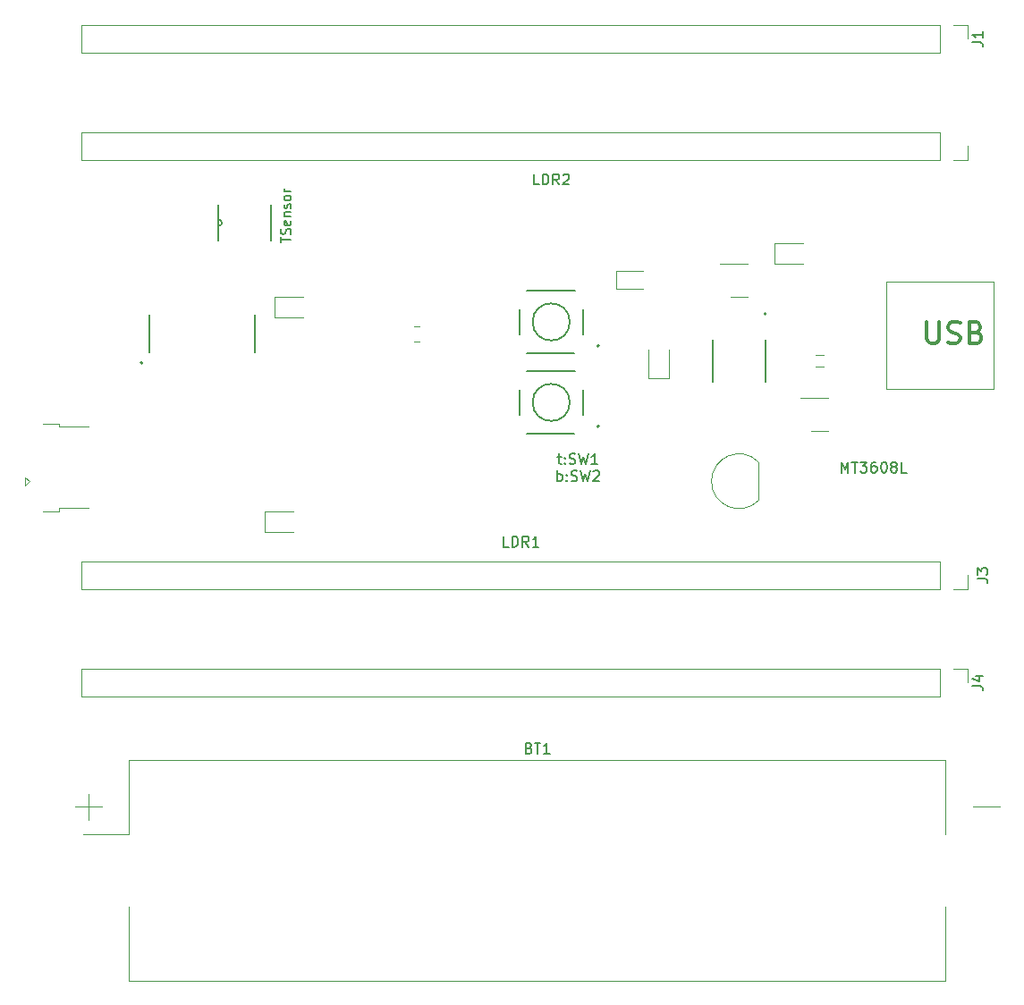
<source format=gbr>
%TF.GenerationSoftware,KiCad,Pcbnew,(6.0.2)*%
%TF.CreationDate,2022-04-12T21:34:14+02:00*%
%TF.ProjectId,main,6d61696e-2e6b-4696-9361-645f70636258,rev?*%
%TF.SameCoordinates,Original*%
%TF.FileFunction,Legend,Top*%
%TF.FilePolarity,Positive*%
%FSLAX46Y46*%
G04 Gerber Fmt 4.6, Leading zero omitted, Abs format (unit mm)*
G04 Created by KiCad (PCBNEW (6.0.2)) date 2022-04-12 21:34:14*
%MOMM*%
%LPD*%
G01*
G04 APERTURE LIST*
%ADD10C,0.100000*%
%ADD11C,0.300000*%
%ADD12C,0.150000*%
%ADD13C,0.120000*%
%ADD14C,0.152400*%
%ADD15C,0.127000*%
%ADD16C,0.200000*%
G04 APERTURE END LIST*
D10*
X194310000Y-73780000D02*
X204470000Y-73780000D01*
X204470000Y-73780000D02*
X204470000Y-83940000D01*
X204470000Y-83940000D02*
X194310000Y-83940000D01*
X194310000Y-83940000D02*
X194310000Y-73780000D01*
D11*
X198136190Y-77644761D02*
X198136190Y-79263809D01*
X198231428Y-79454285D01*
X198326666Y-79549523D01*
X198517142Y-79644761D01*
X198898095Y-79644761D01*
X199088571Y-79549523D01*
X199183809Y-79454285D01*
X199279047Y-79263809D01*
X199279047Y-77644761D01*
X200136190Y-79549523D02*
X200421904Y-79644761D01*
X200898095Y-79644761D01*
X201088571Y-79549523D01*
X201183809Y-79454285D01*
X201279047Y-79263809D01*
X201279047Y-79073333D01*
X201183809Y-78882857D01*
X201088571Y-78787619D01*
X200898095Y-78692380D01*
X200517142Y-78597142D01*
X200326666Y-78501904D01*
X200231428Y-78406666D01*
X200136190Y-78216190D01*
X200136190Y-78025714D01*
X200231428Y-77835238D01*
X200326666Y-77740000D01*
X200517142Y-77644761D01*
X200993333Y-77644761D01*
X201279047Y-77740000D01*
X202802857Y-78597142D02*
X203088571Y-78692380D01*
X203183809Y-78787619D01*
X203279047Y-78978095D01*
X203279047Y-79263809D01*
X203183809Y-79454285D01*
X203088571Y-79549523D01*
X202898095Y-79644761D01*
X202136190Y-79644761D01*
X202136190Y-77644761D01*
X202802857Y-77644761D01*
X202993333Y-77740000D01*
X203088571Y-77835238D01*
X203183809Y-78025714D01*
X203183809Y-78216190D01*
X203088571Y-78406666D01*
X202993333Y-78501904D01*
X202802857Y-78597142D01*
X202136190Y-78597142D01*
D12*
X190016190Y-91892380D02*
X190016190Y-90892380D01*
X190349523Y-91606666D01*
X190682857Y-90892380D01*
X190682857Y-91892380D01*
X191016190Y-90892380D02*
X191587619Y-90892380D01*
X191301904Y-91892380D02*
X191301904Y-90892380D01*
X191825714Y-90892380D02*
X192444761Y-90892380D01*
X192111428Y-91273333D01*
X192254285Y-91273333D01*
X192349523Y-91320952D01*
X192397142Y-91368571D01*
X192444761Y-91463809D01*
X192444761Y-91701904D01*
X192397142Y-91797142D01*
X192349523Y-91844761D01*
X192254285Y-91892380D01*
X191968571Y-91892380D01*
X191873333Y-91844761D01*
X191825714Y-91797142D01*
X193301904Y-90892380D02*
X193111428Y-90892380D01*
X193016190Y-90940000D01*
X192968571Y-90987619D01*
X192873333Y-91130476D01*
X192825714Y-91320952D01*
X192825714Y-91701904D01*
X192873333Y-91797142D01*
X192920952Y-91844761D01*
X193016190Y-91892380D01*
X193206666Y-91892380D01*
X193301904Y-91844761D01*
X193349523Y-91797142D01*
X193397142Y-91701904D01*
X193397142Y-91463809D01*
X193349523Y-91368571D01*
X193301904Y-91320952D01*
X193206666Y-91273333D01*
X193016190Y-91273333D01*
X192920952Y-91320952D01*
X192873333Y-91368571D01*
X192825714Y-91463809D01*
X194016190Y-90892380D02*
X194111428Y-90892380D01*
X194206666Y-90940000D01*
X194254285Y-90987619D01*
X194301904Y-91082857D01*
X194349523Y-91273333D01*
X194349523Y-91511428D01*
X194301904Y-91701904D01*
X194254285Y-91797142D01*
X194206666Y-91844761D01*
X194111428Y-91892380D01*
X194016190Y-91892380D01*
X193920952Y-91844761D01*
X193873333Y-91797142D01*
X193825714Y-91701904D01*
X193778095Y-91511428D01*
X193778095Y-91273333D01*
X193825714Y-91082857D01*
X193873333Y-90987619D01*
X193920952Y-90940000D01*
X194016190Y-90892380D01*
X194920952Y-91320952D02*
X194825714Y-91273333D01*
X194778095Y-91225714D01*
X194730476Y-91130476D01*
X194730476Y-91082857D01*
X194778095Y-90987619D01*
X194825714Y-90940000D01*
X194920952Y-90892380D01*
X195111428Y-90892380D01*
X195206666Y-90940000D01*
X195254285Y-90987619D01*
X195301904Y-91082857D01*
X195301904Y-91130476D01*
X195254285Y-91225714D01*
X195206666Y-91273333D01*
X195111428Y-91320952D01*
X194920952Y-91320952D01*
X194825714Y-91368571D01*
X194778095Y-91416190D01*
X194730476Y-91511428D01*
X194730476Y-91701904D01*
X194778095Y-91797142D01*
X194825714Y-91844761D01*
X194920952Y-91892380D01*
X195111428Y-91892380D01*
X195206666Y-91844761D01*
X195254285Y-91797142D01*
X195301904Y-91701904D01*
X195301904Y-91511428D01*
X195254285Y-91416190D01*
X195206666Y-91368571D01*
X195111428Y-91320952D01*
X196206666Y-91892380D02*
X195730476Y-91892380D01*
X195730476Y-90892380D01*
X163147619Y-90420714D02*
X163528571Y-90420714D01*
X163290476Y-90087380D02*
X163290476Y-90944523D01*
X163338095Y-91039761D01*
X163433333Y-91087380D01*
X163528571Y-91087380D01*
X163861904Y-90992142D02*
X163909523Y-91039761D01*
X163861904Y-91087380D01*
X163814285Y-91039761D01*
X163861904Y-90992142D01*
X163861904Y-91087380D01*
X163861904Y-90468333D02*
X163909523Y-90515952D01*
X163861904Y-90563571D01*
X163814285Y-90515952D01*
X163861904Y-90468333D01*
X163861904Y-90563571D01*
X164290476Y-91039761D02*
X164433333Y-91087380D01*
X164671428Y-91087380D01*
X164766666Y-91039761D01*
X164814285Y-90992142D01*
X164861904Y-90896904D01*
X164861904Y-90801666D01*
X164814285Y-90706428D01*
X164766666Y-90658809D01*
X164671428Y-90611190D01*
X164480952Y-90563571D01*
X164385714Y-90515952D01*
X164338095Y-90468333D01*
X164290476Y-90373095D01*
X164290476Y-90277857D01*
X164338095Y-90182619D01*
X164385714Y-90135000D01*
X164480952Y-90087380D01*
X164719047Y-90087380D01*
X164861904Y-90135000D01*
X165195238Y-90087380D02*
X165433333Y-91087380D01*
X165623809Y-90373095D01*
X165814285Y-91087380D01*
X166052380Y-90087380D01*
X166957142Y-91087380D02*
X166385714Y-91087380D01*
X166671428Y-91087380D02*
X166671428Y-90087380D01*
X166576190Y-90230238D01*
X166480952Y-90325476D01*
X166385714Y-90373095D01*
X163123809Y-92697380D02*
X163123809Y-91697380D01*
X163123809Y-92078333D02*
X163219047Y-92030714D01*
X163409523Y-92030714D01*
X163504761Y-92078333D01*
X163552380Y-92125952D01*
X163600000Y-92221190D01*
X163600000Y-92506904D01*
X163552380Y-92602142D01*
X163504761Y-92649761D01*
X163409523Y-92697380D01*
X163219047Y-92697380D01*
X163123809Y-92649761D01*
X164028571Y-92602142D02*
X164076190Y-92649761D01*
X164028571Y-92697380D01*
X163980952Y-92649761D01*
X164028571Y-92602142D01*
X164028571Y-92697380D01*
X164028571Y-92078333D02*
X164076190Y-92125952D01*
X164028571Y-92173571D01*
X163980952Y-92125952D01*
X164028571Y-92078333D01*
X164028571Y-92173571D01*
X164457142Y-92649761D02*
X164600000Y-92697380D01*
X164838095Y-92697380D01*
X164933333Y-92649761D01*
X164980952Y-92602142D01*
X165028571Y-92506904D01*
X165028571Y-92411666D01*
X164980952Y-92316428D01*
X164933333Y-92268809D01*
X164838095Y-92221190D01*
X164647619Y-92173571D01*
X164552380Y-92125952D01*
X164504761Y-92078333D01*
X164457142Y-91983095D01*
X164457142Y-91887857D01*
X164504761Y-91792619D01*
X164552380Y-91745000D01*
X164647619Y-91697380D01*
X164885714Y-91697380D01*
X165028571Y-91745000D01*
X165361904Y-91697380D02*
X165600000Y-92697380D01*
X165790476Y-91983095D01*
X165980952Y-92697380D01*
X166219047Y-91697380D01*
X166552380Y-91792619D02*
X166600000Y-91745000D01*
X166695238Y-91697380D01*
X166933333Y-91697380D01*
X167028571Y-91745000D01*
X167076190Y-91792619D01*
X167123809Y-91887857D01*
X167123809Y-91983095D01*
X167076190Y-92125952D01*
X166504761Y-92697380D01*
X167123809Y-92697380D01*
%TO.C,LDR1*%
X158523333Y-98922380D02*
X158047142Y-98922380D01*
X158047142Y-97922380D01*
X158856666Y-98922380D02*
X158856666Y-97922380D01*
X159094761Y-97922380D01*
X159237619Y-97970000D01*
X159332857Y-98065238D01*
X159380476Y-98160476D01*
X159428095Y-98350952D01*
X159428095Y-98493809D01*
X159380476Y-98684285D01*
X159332857Y-98779523D01*
X159237619Y-98874761D01*
X159094761Y-98922380D01*
X158856666Y-98922380D01*
X160428095Y-98922380D02*
X160094761Y-98446190D01*
X159856666Y-98922380D02*
X159856666Y-97922380D01*
X160237619Y-97922380D01*
X160332857Y-97970000D01*
X160380476Y-98017619D01*
X160428095Y-98112857D01*
X160428095Y-98255714D01*
X160380476Y-98350952D01*
X160332857Y-98398571D01*
X160237619Y-98446190D01*
X159856666Y-98446190D01*
X161380476Y-98922380D02*
X160809047Y-98922380D01*
X161094761Y-98922380D02*
X161094761Y-97922380D01*
X160999523Y-98065238D01*
X160904285Y-98160476D01*
X160809047Y-98208095D01*
%TO.C,BT1*%
X160464285Y-117968571D02*
X160607142Y-118016190D01*
X160654761Y-118063809D01*
X160702380Y-118159047D01*
X160702380Y-118301904D01*
X160654761Y-118397142D01*
X160607142Y-118444761D01*
X160511904Y-118492380D01*
X160130952Y-118492380D01*
X160130952Y-117492380D01*
X160464285Y-117492380D01*
X160559523Y-117540000D01*
X160607142Y-117587619D01*
X160654761Y-117682857D01*
X160654761Y-117778095D01*
X160607142Y-117873333D01*
X160559523Y-117920952D01*
X160464285Y-117968571D01*
X160130952Y-117968571D01*
X160988095Y-117492380D02*
X161559523Y-117492380D01*
X161273809Y-118492380D02*
X161273809Y-117492380D01*
X162416666Y-118492380D02*
X161845238Y-118492380D01*
X162130952Y-118492380D02*
X162130952Y-117492380D01*
X162035714Y-117635238D01*
X161940476Y-117730476D01*
X161845238Y-117778095D01*
%TO.C,TSensor*%
X136932380Y-70068571D02*
X136932380Y-69554285D01*
X137932380Y-69811428D02*
X136932380Y-69811428D01*
X137884761Y-69297142D02*
X137932380Y-69168571D01*
X137932380Y-68954285D01*
X137884761Y-68868571D01*
X137837142Y-68825714D01*
X137741904Y-68782857D01*
X137646666Y-68782857D01*
X137551428Y-68825714D01*
X137503809Y-68868571D01*
X137456190Y-68954285D01*
X137408571Y-69125714D01*
X137360952Y-69211428D01*
X137313333Y-69254285D01*
X137218095Y-69297142D01*
X137122857Y-69297142D01*
X137027619Y-69254285D01*
X136980000Y-69211428D01*
X136932380Y-69125714D01*
X136932380Y-68911428D01*
X136980000Y-68782857D01*
X137884761Y-68054285D02*
X137932380Y-68140000D01*
X137932380Y-68311428D01*
X137884761Y-68397142D01*
X137789523Y-68440000D01*
X137408571Y-68440000D01*
X137313333Y-68397142D01*
X137265714Y-68311428D01*
X137265714Y-68140000D01*
X137313333Y-68054285D01*
X137408571Y-68011428D01*
X137503809Y-68011428D01*
X137599047Y-68440000D01*
X137265714Y-67625714D02*
X137932380Y-67625714D01*
X137360952Y-67625714D02*
X137313333Y-67582857D01*
X137265714Y-67497142D01*
X137265714Y-67368571D01*
X137313333Y-67282857D01*
X137408571Y-67240000D01*
X137932380Y-67240000D01*
X137884761Y-66854285D02*
X137932380Y-66768571D01*
X137932380Y-66597142D01*
X137884761Y-66511428D01*
X137789523Y-66468571D01*
X137741904Y-66468571D01*
X137646666Y-66511428D01*
X137599047Y-66597142D01*
X137599047Y-66725714D01*
X137551428Y-66811428D01*
X137456190Y-66854285D01*
X137408571Y-66854285D01*
X137313333Y-66811428D01*
X137265714Y-66725714D01*
X137265714Y-66597142D01*
X137313333Y-66511428D01*
X137932380Y-65954285D02*
X137884761Y-66040000D01*
X137837142Y-66082857D01*
X137741904Y-66125714D01*
X137456190Y-66125714D01*
X137360952Y-66082857D01*
X137313333Y-66040000D01*
X137265714Y-65954285D01*
X137265714Y-65825714D01*
X137313333Y-65740000D01*
X137360952Y-65697142D01*
X137456190Y-65654285D01*
X137741904Y-65654285D01*
X137837142Y-65697142D01*
X137884761Y-65740000D01*
X137932380Y-65825714D01*
X137932380Y-65954285D01*
X137932380Y-65268571D02*
X137265714Y-65268571D01*
X137456190Y-65268571D02*
X137360952Y-65225714D01*
X137313333Y-65182857D01*
X137265714Y-65097142D01*
X137265714Y-65011428D01*
%TO.C,J1*%
X202442380Y-51133333D02*
X203156666Y-51133333D01*
X203299523Y-51180952D01*
X203394761Y-51276190D01*
X203442380Y-51419047D01*
X203442380Y-51514285D01*
X203442380Y-50133333D02*
X203442380Y-50704761D01*
X203442380Y-50419047D02*
X202442380Y-50419047D01*
X202585238Y-50514285D01*
X202680476Y-50609523D01*
X202728095Y-50704761D01*
%TO.C,LDR2*%
X161403333Y-64612380D02*
X160927142Y-64612380D01*
X160927142Y-63612380D01*
X161736666Y-64612380D02*
X161736666Y-63612380D01*
X161974761Y-63612380D01*
X162117619Y-63660000D01*
X162212857Y-63755238D01*
X162260476Y-63850476D01*
X162308095Y-64040952D01*
X162308095Y-64183809D01*
X162260476Y-64374285D01*
X162212857Y-64469523D01*
X162117619Y-64564761D01*
X161974761Y-64612380D01*
X161736666Y-64612380D01*
X163308095Y-64612380D02*
X162974761Y-64136190D01*
X162736666Y-64612380D02*
X162736666Y-63612380D01*
X163117619Y-63612380D01*
X163212857Y-63660000D01*
X163260476Y-63707619D01*
X163308095Y-63802857D01*
X163308095Y-63945714D01*
X163260476Y-64040952D01*
X163212857Y-64088571D01*
X163117619Y-64136190D01*
X162736666Y-64136190D01*
X163689047Y-63707619D02*
X163736666Y-63660000D01*
X163831904Y-63612380D01*
X164070000Y-63612380D01*
X164165238Y-63660000D01*
X164212857Y-63707619D01*
X164260476Y-63802857D01*
X164260476Y-63898095D01*
X164212857Y-64040952D01*
X163641428Y-64612380D01*
X164260476Y-64612380D01*
%TO.C,J4*%
X202442380Y-112093333D02*
X203156666Y-112093333D01*
X203299523Y-112140952D01*
X203394761Y-112236190D01*
X203442380Y-112379047D01*
X203442380Y-112474285D01*
X202775714Y-111188571D02*
X203442380Y-111188571D01*
X202394761Y-111426666D02*
X203109047Y-111664761D01*
X203109047Y-111045714D01*
%TO.C,J3*%
X202882380Y-101933333D02*
X203596666Y-101933333D01*
X203739523Y-101980952D01*
X203834761Y-102076190D01*
X203882380Y-102219047D01*
X203882380Y-102314285D01*
X202882380Y-101552380D02*
X202882380Y-100933333D01*
X203263333Y-101266666D01*
X203263333Y-101123809D01*
X203310952Y-101028571D01*
X203358571Y-100980952D01*
X203453809Y-100933333D01*
X203691904Y-100933333D01*
X203787142Y-100980952D01*
X203834761Y-101028571D01*
X203882380Y-101123809D01*
X203882380Y-101409523D01*
X203834761Y-101504761D01*
X203787142Y-101552380D01*
D13*
%TO.C,BT1*%
X205000000Y-123540000D02*
X202500000Y-123540000D01*
X199890000Y-126100000D02*
X199890000Y-119120000D01*
X122610000Y-139980000D02*
X122610000Y-132980000D01*
X117500000Y-123540000D02*
X120000000Y-123540000D01*
X122610000Y-126100000D02*
X118250000Y-126100000D01*
X118750000Y-124790000D02*
X118750000Y-122290000D01*
X122610000Y-119100000D02*
X122610000Y-126100000D01*
X199890000Y-119100000D02*
X122610000Y-119100000D01*
X199890000Y-139980000D02*
X122610000Y-139980000D01*
X199890000Y-132980000D02*
X199890000Y-139980000D01*
D14*
%TO.C,TSensor*%
X131080800Y-66558600D02*
X131080800Y-67930200D01*
X131080800Y-67930200D02*
X131080800Y-68539800D01*
X136059200Y-69911400D02*
X136059200Y-66558600D01*
X131080800Y-68539800D02*
X131080800Y-69911400D01*
X131080800Y-68539800D02*
G75*
G03*
X131080800Y-67930200I0J304800D01*
G01*
D13*
%TO.C,D1*%
X171760000Y-80280000D02*
X171760000Y-82965000D01*
X173680000Y-82965000D02*
X173680000Y-80280000D01*
X171760000Y-82965000D02*
X173680000Y-82965000D01*
%TO.C,J2*%
X201990000Y-62290000D02*
X200660000Y-62290000D01*
X199390000Y-59630000D02*
X118050000Y-59630000D01*
X199390000Y-59630000D02*
X199390000Y-62290000D01*
X118050000Y-59630000D02*
X118050000Y-62290000D01*
X201990000Y-60960000D02*
X201990000Y-62290000D01*
X199390000Y-62290000D02*
X118050000Y-62290000D01*
%TO.C,D4*%
X135475000Y-97480000D02*
X138160000Y-97480000D01*
X135475000Y-95560000D02*
X135475000Y-97480000D01*
X138160000Y-95560000D02*
X135475000Y-95560000D01*
D15*
%TO.C,EEPROM1*%
X182850000Y-79280000D02*
X182850000Y-83280000D01*
X177830000Y-79280000D02*
X177830000Y-83280000D01*
D16*
X182915000Y-76835000D02*
G75*
G03*
X182915000Y-76835000I-100000J0D01*
G01*
D15*
%TO.C,SW2*%
X159560000Y-86395000D02*
X159560000Y-84095000D01*
X164760000Y-88240000D02*
X160260000Y-88240000D01*
X160260000Y-82250000D02*
X164860000Y-82250000D01*
X165555000Y-86395000D02*
X165555000Y-84095000D01*
D16*
X167105000Y-87495000D02*
G75*
G03*
X167105000Y-87495000I-100000J0D01*
G01*
D15*
X164315000Y-85245000D02*
G75*
G03*
X164315000Y-85245000I-1755000J0D01*
G01*
D13*
%TO.C,C2*%
X149598748Y-79475000D02*
X150121252Y-79475000D01*
X149598748Y-78005000D02*
X150121252Y-78005000D01*
%TO.C,J1*%
X200660000Y-49470000D02*
X201990000Y-49470000D01*
X199390000Y-52130000D02*
X118050000Y-52130000D01*
X199390000Y-49470000D02*
X199390000Y-52130000D01*
X201990000Y-49470000D02*
X201990000Y-50800000D01*
X118050000Y-49470000D02*
X118050000Y-52130000D01*
X199390000Y-49470000D02*
X118050000Y-49470000D01*
D15*
%TO.C,SW1*%
X164760000Y-80620000D02*
X160260000Y-80620000D01*
X159560000Y-78775000D02*
X159560000Y-76475000D01*
X160260000Y-74630000D02*
X164860000Y-74630000D01*
X165555000Y-78775000D02*
X165555000Y-76475000D01*
X164315000Y-77625000D02*
G75*
G03*
X164315000Y-77625000I-1755000J0D01*
G01*
D16*
X167105000Y-79875000D02*
G75*
G03*
X167105000Y-79875000I-100000J0D01*
G01*
D13*
%TO.C,U1*%
X180340000Y-72100000D02*
X178540000Y-72100000D01*
X180340000Y-72100000D02*
X181140000Y-72100000D01*
X180340000Y-75220000D02*
X181140000Y-75220000D01*
X180340000Y-75220000D02*
X179540000Y-75220000D01*
%TO.C,J5*%
X113200000Y-92715000D02*
X112750000Y-93115000D01*
X118800000Y-87565000D02*
X116000000Y-87565000D01*
X116000000Y-95565000D02*
X114450000Y-95565000D01*
X112750000Y-93115000D02*
X112750000Y-92315000D01*
X116000000Y-87565000D02*
X116000000Y-87265000D01*
X112750000Y-92315000D02*
X113200000Y-92715000D01*
X116000000Y-87265000D02*
X114450000Y-87265000D01*
X116000000Y-95565000D02*
X116000000Y-95265000D01*
X118800000Y-95265000D02*
X116000000Y-95265000D01*
%TO.C,J4*%
X200660000Y-110430000D02*
X201990000Y-110430000D01*
X199390000Y-110430000D02*
X199390000Y-113090000D01*
X118050000Y-110430000D02*
X118050000Y-113090000D01*
X201990000Y-110430000D02*
X201990000Y-111760000D01*
X199390000Y-113090000D02*
X118050000Y-113090000D01*
X199390000Y-110430000D02*
X118050000Y-110430000D01*
%TO.C,U2*%
X187960000Y-87920000D02*
X187160000Y-87920000D01*
X187960000Y-84800000D02*
X188760000Y-84800000D01*
X187960000Y-87920000D02*
X188760000Y-87920000D01*
X187960000Y-84800000D02*
X186160000Y-84800000D01*
%TO.C,D3*%
X168680000Y-72810000D02*
X168680000Y-74510000D01*
X168680000Y-74510000D02*
X171230000Y-74510000D01*
X168680000Y-72810000D02*
X171230000Y-72810000D01*
%TO.C,J3*%
X199390000Y-100270000D02*
X199390000Y-102930000D01*
X201990000Y-102930000D02*
X200660000Y-102930000D01*
X118050000Y-100270000D02*
X118050000Y-102930000D01*
X199390000Y-100270000D02*
X118050000Y-100270000D01*
X201990000Y-101600000D02*
X201990000Y-102930000D01*
X199390000Y-102930000D02*
X118050000Y-102930000D01*
%TO.C,LED1*%
X136412500Y-75240000D02*
X136412500Y-77160000D01*
X139097500Y-75240000D02*
X136412500Y-75240000D01*
X136412500Y-77160000D02*
X139097500Y-77160000D01*
%TO.C,D2*%
X183735000Y-70160000D02*
X183735000Y-72080000D01*
X183735000Y-72080000D02*
X186420000Y-72080000D01*
X186420000Y-70160000D02*
X183735000Y-70160000D01*
%TO.C,L1*%
X188359622Y-80720000D02*
X187560378Y-80720000D01*
X188359622Y-81840000D02*
X187560378Y-81840000D01*
D15*
%TO.C,FTDI(UART)1*%
X134540000Y-80515000D02*
X134540000Y-76965000D01*
X124540000Y-80515000D02*
X124540000Y-76965000D01*
X124540000Y-80515000D02*
X124540000Y-76965000D01*
X134540000Y-80515000D02*
X134540000Y-76965000D01*
D16*
X123885000Y-81490000D02*
G75*
G03*
X123885000Y-81490000I-100000J0D01*
G01*
D13*
%TO.C,Q1*%
X182190000Y-94510000D02*
X182190000Y-90910000D01*
X182178478Y-90871522D02*
G75*
G03*
X177740000Y-92710000I-1838478J-1838478D01*
G01*
X177739999Y-92710000D02*
G75*
G03*
X182178478Y-94548478I2600001J0D01*
G01*
%TD*%
M02*

</source>
